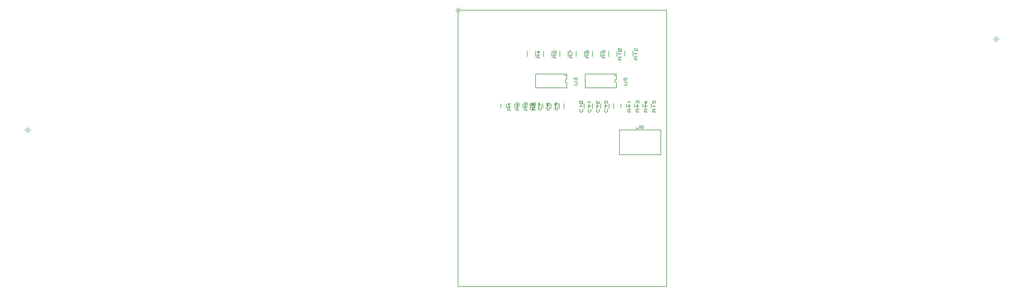
<source format=gbr>
G04 PROTEUS GERBER X2 FILE*
%TF.GenerationSoftware,Labcenter,Proteus,8.5-SP1-Build22252*%
%TF.CreationDate,2016-12-17T22:17:43+00:00*%
%TF.FileFunction,Legend,Top*%
%TF.FilePolarity,Positive*%
%TF.Part,Single*%
%FSLAX45Y45*%
%MOMM*%
G01*
%TA.AperFunction,Material*%
%ADD18C,0.000010*%
%ADD19C,0.203200*%
%ADD70C,0.200000*%
%TA.AperFunction,Profile*%
%ADD17C,0.203200*%
D18*
X-28498800Y+8966200D02*
X-28397200Y+8966200D01*
X-28397200Y+9067800D01*
X-28498800Y+9067800D01*
X-28498800Y+8966200D01*
X-28549600Y+9017000D02*
X-28346400Y+9017000D01*
X-28448000Y+9118600D02*
X-28448000Y+8915400D01*
X+1219200Y+11760200D02*
X+1320800Y+11760200D01*
X+1320800Y+11861800D01*
X+1219200Y+11861800D01*
X+1219200Y+11760200D01*
X+1168400Y+11811000D02*
X+1371600Y+11811000D01*
X+1270000Y+11912600D02*
X+1270000Y+11709400D01*
D19*
X-11904980Y+10731500D02*
X-11904980Y+10574338D01*
X-11925598Y+10570296D01*
X-11942225Y+10559194D01*
X-11953326Y+10542567D01*
X-11957368Y+10521950D01*
X-11904980Y+10469562D02*
X-11925598Y+10473604D01*
X-11942225Y+10484706D01*
X-11953326Y+10501333D01*
X-11957368Y+10521950D01*
X-11904980Y+10469562D02*
X-11904980Y+10312400D01*
X-12860020Y+10655300D02*
X-12860020Y+10388600D01*
X-11938000Y+10731500D02*
X-12827000Y+10731500D01*
X-11938000Y+10312400D02*
X-12827000Y+10312400D01*
X-11938000Y+10731500D02*
X-11904980Y+10731500D01*
X-11904980Y+10312400D02*
X-11938000Y+10312400D01*
X-12860020Y+10388600D02*
X-12860020Y+10312400D01*
X-12827000Y+10312400D01*
X-12827000Y+10731500D02*
X-12860020Y+10731500D01*
X-12860020Y+10655300D01*
X-11944096Y+10695940D02*
X-11944131Y+10696785D01*
X-11944418Y+10698476D01*
X-11945017Y+10700167D01*
X-11945997Y+10701858D01*
X-11947497Y+10703526D01*
X-11949188Y+10704746D01*
X-11950879Y+10705522D01*
X-11952570Y+10705959D01*
X-11954256Y+10706100D01*
X-11964416Y+10695940D02*
X-11964381Y+10696785D01*
X-11964094Y+10698476D01*
X-11963495Y+10700167D01*
X-11962515Y+10701858D01*
X-11961015Y+10703526D01*
X-11959324Y+10704746D01*
X-11957633Y+10705522D01*
X-11955942Y+10705959D01*
X-11954256Y+10706100D01*
X-11964416Y+10695940D02*
X-11964381Y+10695095D01*
X-11964094Y+10693404D01*
X-11963495Y+10691713D01*
X-11962515Y+10690022D01*
X-11961015Y+10688354D01*
X-11959324Y+10687134D01*
X-11957633Y+10686358D01*
X-11955942Y+10685921D01*
X-11954256Y+10685780D01*
X-11944096Y+10695940D02*
X-11944131Y+10695095D01*
X-11944418Y+10693404D01*
X-11945017Y+10691713D01*
X-11945997Y+10690022D01*
X-11947497Y+10688354D01*
X-11949188Y+10687134D01*
X-11950879Y+10686358D01*
X-11952570Y+10685921D01*
X-11954256Y+10685780D01*
X-11678920Y+10394950D02*
X-11602720Y+10394950D01*
X-11587480Y+10410825D01*
X-11587480Y+10474325D01*
X-11602720Y+10490200D01*
X-11678920Y+10490200D01*
X-11663680Y+10537825D02*
X-11678920Y+10553700D01*
X-11678920Y+10601325D01*
X-11663680Y+10617200D01*
X-11648440Y+10617200D01*
X-11633200Y+10601325D01*
X-11617960Y+10617200D01*
X-11602720Y+10617200D01*
X-11587480Y+10601325D01*
X-11587480Y+10553700D01*
X-11602720Y+10537825D01*
X-11633200Y+10569575D02*
X-11633200Y+10601325D01*
X-10380980Y+10731500D02*
X-10380980Y+10574338D01*
X-10401598Y+10570296D01*
X-10418225Y+10559194D01*
X-10429326Y+10542567D01*
X-10433368Y+10521950D01*
X-10380980Y+10469562D02*
X-10401598Y+10473604D01*
X-10418225Y+10484706D01*
X-10429326Y+10501333D01*
X-10433368Y+10521950D01*
X-10380980Y+10469562D02*
X-10380980Y+10312400D01*
X-11336020Y+10655300D02*
X-11336020Y+10388600D01*
X-10414000Y+10731500D02*
X-11303000Y+10731500D01*
X-10414000Y+10312400D02*
X-11303000Y+10312400D01*
X-10414000Y+10731500D02*
X-10380980Y+10731500D01*
X-10380980Y+10312400D02*
X-10414000Y+10312400D01*
X-11336020Y+10388600D02*
X-11336020Y+10312400D01*
X-11303000Y+10312400D01*
X-11303000Y+10731500D02*
X-11336020Y+10731500D01*
X-11336020Y+10655300D01*
X-10420096Y+10695940D02*
X-10420131Y+10696785D01*
X-10420418Y+10698476D01*
X-10421017Y+10700167D01*
X-10421997Y+10701858D01*
X-10423497Y+10703526D01*
X-10425188Y+10704746D01*
X-10426879Y+10705522D01*
X-10428570Y+10705959D01*
X-10430256Y+10706100D01*
X-10440416Y+10695940D02*
X-10440381Y+10696785D01*
X-10440094Y+10698476D01*
X-10439495Y+10700167D01*
X-10438515Y+10701858D01*
X-10437015Y+10703526D01*
X-10435324Y+10704746D01*
X-10433633Y+10705522D01*
X-10431942Y+10705959D01*
X-10430256Y+10706100D01*
X-10440416Y+10695940D02*
X-10440381Y+10695095D01*
X-10440094Y+10693404D01*
X-10439495Y+10691713D01*
X-10438515Y+10690022D01*
X-10437015Y+10688354D01*
X-10435324Y+10687134D01*
X-10433633Y+10686358D01*
X-10431942Y+10685921D01*
X-10430256Y+10685780D01*
X-10420096Y+10695940D02*
X-10420131Y+10695095D01*
X-10420418Y+10693404D01*
X-10421017Y+10691713D01*
X-10421997Y+10690022D01*
X-10423497Y+10688354D01*
X-10425188Y+10687134D01*
X-10426879Y+10686358D01*
X-10428570Y+10685921D01*
X-10430256Y+10685780D01*
X-10154920Y+10394950D02*
X-10078720Y+10394950D01*
X-10063480Y+10410825D01*
X-10063480Y+10474325D01*
X-10078720Y+10490200D01*
X-10154920Y+10490200D01*
X-10154920Y+10617200D02*
X-10154920Y+10537825D01*
X-10124440Y+10537825D01*
X-10124440Y+10601325D01*
X-10109200Y+10617200D01*
X-10078720Y+10617200D01*
X-10063480Y+10601325D01*
X-10063480Y+10553700D01*
X-10078720Y+10537825D01*
X-12863000Y+11438760D02*
X-12863000Y+11278740D01*
X-13117000Y+11438760D02*
X-13117000Y+11278740D01*
X-12730920Y+11230480D02*
X-12822360Y+11230480D01*
X-12822360Y+11309855D01*
X-12807120Y+11325730D01*
X-12791880Y+11325730D01*
X-12776640Y+11309855D01*
X-12776640Y+11230480D01*
X-12776640Y+11309855D02*
X-12761400Y+11325730D01*
X-12730920Y+11325730D01*
X-12761400Y+11452730D02*
X-12761400Y+11357480D01*
X-12822360Y+11420980D01*
X-12730920Y+11420980D01*
X-12363000Y+11438760D02*
X-12363000Y+11278740D01*
X-12617000Y+11438760D02*
X-12617000Y+11278740D01*
X-12230920Y+11230480D02*
X-12322360Y+11230480D01*
X-12322360Y+11309855D01*
X-12307120Y+11325730D01*
X-12291880Y+11325730D01*
X-12276640Y+11309855D01*
X-12276640Y+11230480D01*
X-12276640Y+11309855D02*
X-12261400Y+11325730D01*
X-12230920Y+11325730D01*
X-12307120Y+11452730D02*
X-12322360Y+11436855D01*
X-12322360Y+11389230D01*
X-12307120Y+11373355D01*
X-12246160Y+11373355D01*
X-12230920Y+11389230D01*
X-12230920Y+11436855D01*
X-12246160Y+11452730D01*
X-12261400Y+11452730D01*
X-12276640Y+11436855D01*
X-12276640Y+11373355D01*
X-11863000Y+11438760D02*
X-11863000Y+11278740D01*
X-12117000Y+11438760D02*
X-12117000Y+11278740D01*
X-11730920Y+11230480D02*
X-11822360Y+11230480D01*
X-11822360Y+11309855D01*
X-11807120Y+11325730D01*
X-11791880Y+11325730D01*
X-11776640Y+11309855D01*
X-11776640Y+11230480D01*
X-11776640Y+11309855D02*
X-11761400Y+11325730D01*
X-11730920Y+11325730D01*
X-11822360Y+11373355D02*
X-11822360Y+11452730D01*
X-11807120Y+11452730D01*
X-11730920Y+11373355D01*
X-11363000Y+11438760D02*
X-11363000Y+11278740D01*
X-11617000Y+11438760D02*
X-11617000Y+11278740D01*
X-11230920Y+11230480D02*
X-11322360Y+11230480D01*
X-11322360Y+11309855D01*
X-11307120Y+11325730D01*
X-11291880Y+11325730D01*
X-11276640Y+11309855D01*
X-11276640Y+11230480D01*
X-11276640Y+11309855D02*
X-11261400Y+11325730D01*
X-11230920Y+11325730D01*
X-11276640Y+11389230D02*
X-11291880Y+11373355D01*
X-11307120Y+11373355D01*
X-11322360Y+11389230D01*
X-11322360Y+11436855D01*
X-11307120Y+11452730D01*
X-11291880Y+11452730D01*
X-11276640Y+11436855D01*
X-11276640Y+11389230D01*
X-11261400Y+11373355D01*
X-11246160Y+11373355D01*
X-11230920Y+11389230D01*
X-11230920Y+11436855D01*
X-11246160Y+11452730D01*
X-11261400Y+11452730D01*
X-11276640Y+11436855D01*
X-10863000Y+11438760D02*
X-10863000Y+11278740D01*
X-11117000Y+11438760D02*
X-11117000Y+11278740D01*
X-10730920Y+11230480D02*
X-10822360Y+11230480D01*
X-10822360Y+11309855D01*
X-10807120Y+11325730D01*
X-10791880Y+11325730D01*
X-10776640Y+11309855D01*
X-10776640Y+11230480D01*
X-10776640Y+11309855D02*
X-10761400Y+11325730D01*
X-10730920Y+11325730D01*
X-10791880Y+11452730D02*
X-10776640Y+11436855D01*
X-10776640Y+11389230D01*
X-10791880Y+11373355D01*
X-10807120Y+11373355D01*
X-10822360Y+11389230D01*
X-10822360Y+11436855D01*
X-10807120Y+11452730D01*
X-10746160Y+11452730D01*
X-10730920Y+11436855D01*
X-10730920Y+11389230D01*
X-10363000Y+11438760D02*
X-10363000Y+11278740D01*
X-10617000Y+11438760D02*
X-10617000Y+11278740D01*
X-10230920Y+11166980D02*
X-10322360Y+11166980D01*
X-10322360Y+11246355D01*
X-10307120Y+11262230D01*
X-10291880Y+11262230D01*
X-10276640Y+11246355D01*
X-10276640Y+11166980D01*
X-10276640Y+11246355D02*
X-10261400Y+11262230D01*
X-10230920Y+11262230D01*
X-10291880Y+11325730D02*
X-10322360Y+11357480D01*
X-10230920Y+11357480D01*
X-10246160Y+11420980D02*
X-10307120Y+11420980D01*
X-10322360Y+11436855D01*
X-10322360Y+11500355D01*
X-10307120Y+11516230D01*
X-10246160Y+11516230D01*
X-10230920Y+11500355D01*
X-10230920Y+11436855D01*
X-10246160Y+11420980D01*
X-10230920Y+11420980D02*
X-10322360Y+11516230D01*
X-9872500Y+11448260D02*
X-9872500Y+11288240D01*
X-10126500Y+11448260D02*
X-10126500Y+11288240D01*
X-9740420Y+11176480D02*
X-9831860Y+11176480D01*
X-9831860Y+11255855D01*
X-9816620Y+11271730D01*
X-9801380Y+11271730D01*
X-9786140Y+11255855D01*
X-9786140Y+11176480D01*
X-9786140Y+11255855D02*
X-9770900Y+11271730D01*
X-9740420Y+11271730D01*
X-9801380Y+11335230D02*
X-9831860Y+11366980D01*
X-9740420Y+11366980D01*
X-9816620Y+11446355D02*
X-9831860Y+11462230D01*
X-9831860Y+11509855D01*
X-9816620Y+11525730D01*
X-9801380Y+11525730D01*
X-9786140Y+11509855D01*
X-9786140Y+11462230D01*
X-9770900Y+11446355D01*
X-9740420Y+11446355D01*
X-9740420Y+11525730D01*
X-10614660Y+9674860D02*
X-10614660Y+9827260D01*
X-10467340Y+9677400D02*
X-10467340Y+9827260D01*
X-10670540Y+9653270D02*
X-10655300Y+9637395D01*
X-10655300Y+9589770D01*
X-10685780Y+9558020D01*
X-10716260Y+9558020D01*
X-10746740Y+9589770D01*
X-10746740Y+9637395D01*
X-10731500Y+9653270D01*
X-10716260Y+9716770D02*
X-10746740Y+9748520D01*
X-10655300Y+9748520D01*
X-10731500Y+9827895D02*
X-10746740Y+9843770D01*
X-10746740Y+9891395D01*
X-10731500Y+9907270D01*
X-10716260Y+9907270D01*
X-10701020Y+9891395D01*
X-10685780Y+9907270D01*
X-10670540Y+9907270D01*
X-10655300Y+9891395D01*
X-10655300Y+9843770D01*
X-10670540Y+9827895D01*
X-10701020Y+9859645D02*
X-10701020Y+9891395D01*
X-10868660Y+9674860D02*
X-10868660Y+9827260D01*
X-10721340Y+9677400D02*
X-10721340Y+9827260D01*
X-10924540Y+9653270D02*
X-10909300Y+9637395D01*
X-10909300Y+9589770D01*
X-10939780Y+9558020D01*
X-10970260Y+9558020D01*
X-11000740Y+9589770D01*
X-11000740Y+9637395D01*
X-10985500Y+9653270D01*
X-10970260Y+9716770D02*
X-11000740Y+9748520D01*
X-10909300Y+9748520D01*
X-10985500Y+9827895D02*
X-11000740Y+9843770D01*
X-11000740Y+9891395D01*
X-10985500Y+9907270D01*
X-10970260Y+9907270D01*
X-10955020Y+9891395D01*
X-10955020Y+9843770D01*
X-10939780Y+9827895D01*
X-10909300Y+9827895D01*
X-10909300Y+9907270D01*
X-11122660Y+9674860D02*
X-11122660Y+9827260D01*
X-10975340Y+9677400D02*
X-10975340Y+9827260D01*
X-11178540Y+9653270D02*
X-11163300Y+9637395D01*
X-11163300Y+9589770D01*
X-11193780Y+9558020D01*
X-11224260Y+9558020D01*
X-11254740Y+9589770D01*
X-11254740Y+9637395D01*
X-11239500Y+9653270D01*
X-11224260Y+9716770D02*
X-11254740Y+9748520D01*
X-11163300Y+9748520D01*
X-11224260Y+9843770D02*
X-11254740Y+9875520D01*
X-11163300Y+9875520D01*
X-11376660Y+9674860D02*
X-11376660Y+9827260D01*
X-11229340Y+9677400D02*
X-11229340Y+9827260D01*
X-11432540Y+9653270D02*
X-11417300Y+9637395D01*
X-11417300Y+9589770D01*
X-11447780Y+9558020D01*
X-11478260Y+9558020D01*
X-11508740Y+9589770D01*
X-11508740Y+9637395D01*
X-11493500Y+9653270D01*
X-11478260Y+9716770D02*
X-11508740Y+9748520D01*
X-11417300Y+9748520D01*
X-11432540Y+9812020D02*
X-11493500Y+9812020D01*
X-11508740Y+9827895D01*
X-11508740Y+9891395D01*
X-11493500Y+9907270D01*
X-11432540Y+9907270D01*
X-11417300Y+9891395D01*
X-11417300Y+9827895D01*
X-11432540Y+9812020D01*
X-11417300Y+9812020D02*
X-11508740Y+9907270D01*
X-12392660Y+9674860D02*
X-12392660Y+9827260D01*
X-12245340Y+9677400D02*
X-12245340Y+9827260D01*
X-12448540Y+9716770D02*
X-12433300Y+9700895D01*
X-12433300Y+9653270D01*
X-12463780Y+9621520D01*
X-12494260Y+9621520D01*
X-12524740Y+9653270D01*
X-12524740Y+9700895D01*
X-12509500Y+9716770D01*
X-12479020Y+9780270D02*
X-12494260Y+9764395D01*
X-12509500Y+9764395D01*
X-12524740Y+9780270D01*
X-12524740Y+9827895D01*
X-12509500Y+9843770D01*
X-12494260Y+9843770D01*
X-12479020Y+9827895D01*
X-12479020Y+9780270D01*
X-12463780Y+9764395D01*
X-12448540Y+9764395D01*
X-12433300Y+9780270D01*
X-12433300Y+9827895D01*
X-12448540Y+9843770D01*
X-12463780Y+9843770D01*
X-12479020Y+9827895D01*
X-12646660Y+9674860D02*
X-12646660Y+9827260D01*
X-12499340Y+9677400D02*
X-12499340Y+9827260D01*
X-12702540Y+9716770D02*
X-12687300Y+9700895D01*
X-12687300Y+9653270D01*
X-12717780Y+9621520D01*
X-12748260Y+9621520D01*
X-12778740Y+9653270D01*
X-12778740Y+9700895D01*
X-12763500Y+9716770D01*
X-12778740Y+9764395D02*
X-12778740Y+9843770D01*
X-12763500Y+9843770D01*
X-12687300Y+9764395D01*
X-12900660Y+9674860D02*
X-12900660Y+9827260D01*
X-12753340Y+9677400D02*
X-12753340Y+9827260D01*
X-12956540Y+9716770D02*
X-12941300Y+9700895D01*
X-12941300Y+9653270D01*
X-12971780Y+9621520D01*
X-13002260Y+9621520D01*
X-13032740Y+9653270D01*
X-13032740Y+9700895D01*
X-13017500Y+9716770D01*
X-13017500Y+9843770D02*
X-13032740Y+9827895D01*
X-13032740Y+9780270D01*
X-13017500Y+9764395D01*
X-12956540Y+9764395D01*
X-12941300Y+9780270D01*
X-12941300Y+9827895D01*
X-12956540Y+9843770D01*
X-12971780Y+9843770D01*
X-12987020Y+9827895D01*
X-12987020Y+9764395D01*
D70*
X-13166000Y+9816000D02*
X-13166000Y+9696000D01*
X-12996000Y+9816000D02*
X-12996000Y+9696000D01*
D19*
X-12864080Y+9629000D02*
X-12955520Y+9629000D01*
X-12955520Y+9708375D01*
X-12940280Y+9724250D01*
X-12925040Y+9724250D01*
X-12909800Y+9708375D01*
X-12909800Y+9629000D01*
X-12909800Y+9708375D02*
X-12894560Y+9724250D01*
X-12864080Y+9724250D01*
X-12955520Y+9851250D02*
X-12955520Y+9771875D01*
X-12925040Y+9771875D01*
X-12925040Y+9835375D01*
X-12909800Y+9851250D01*
X-12879320Y+9851250D01*
X-12864080Y+9835375D01*
X-12864080Y+9787750D01*
X-12879320Y+9771875D01*
D70*
X-13420000Y+9816000D02*
X-13420000Y+9696000D01*
X-13250000Y+9816000D02*
X-13250000Y+9696000D01*
D19*
X-13118080Y+9629000D02*
X-13209520Y+9629000D01*
X-13209520Y+9708375D01*
X-13194280Y+9724250D01*
X-13179040Y+9724250D01*
X-13163800Y+9708375D01*
X-13163800Y+9629000D01*
X-13163800Y+9708375D02*
X-13148560Y+9724250D01*
X-13118080Y+9724250D01*
X-13194280Y+9771875D02*
X-13209520Y+9787750D01*
X-13209520Y+9835375D01*
X-13194280Y+9851250D01*
X-13179040Y+9851250D01*
X-13163800Y+9835375D01*
X-13148560Y+9851250D01*
X-13133320Y+9851250D01*
X-13118080Y+9835375D01*
X-13118080Y+9787750D01*
X-13133320Y+9771875D01*
X-13163800Y+9803625D02*
X-13163800Y+9835375D01*
D70*
X-13674000Y+9816000D02*
X-13674000Y+9696000D01*
X-13504000Y+9816000D02*
X-13504000Y+9696000D01*
D19*
X-13372080Y+9629000D02*
X-13463520Y+9629000D01*
X-13463520Y+9708375D01*
X-13448280Y+9724250D01*
X-13433040Y+9724250D01*
X-13417800Y+9708375D01*
X-13417800Y+9629000D01*
X-13417800Y+9708375D02*
X-13402560Y+9724250D01*
X-13372080Y+9724250D01*
X-13448280Y+9771875D02*
X-13463520Y+9787750D01*
X-13463520Y+9835375D01*
X-13448280Y+9851250D01*
X-13433040Y+9851250D01*
X-13417800Y+9835375D01*
X-13417800Y+9787750D01*
X-13402560Y+9771875D01*
X-13372080Y+9771875D01*
X-13372080Y+9851250D01*
D70*
X-13928000Y+9816000D02*
X-13928000Y+9696000D01*
X-13758000Y+9816000D02*
X-13758000Y+9696000D01*
D19*
X-13626080Y+9629000D02*
X-13717520Y+9629000D01*
X-13717520Y+9708375D01*
X-13702280Y+9724250D01*
X-13687040Y+9724250D01*
X-13671800Y+9708375D01*
X-13671800Y+9629000D01*
X-13671800Y+9708375D02*
X-13656560Y+9724250D01*
X-13626080Y+9724250D01*
X-13687040Y+9787750D02*
X-13717520Y+9819500D01*
X-13626080Y+9819500D01*
D70*
X-9483000Y+9816000D02*
X-9483000Y+9696000D01*
X-9313000Y+9816000D02*
X-9313000Y+9696000D01*
D19*
X-9181080Y+9565500D02*
X-9272520Y+9565500D01*
X-9272520Y+9644875D01*
X-9257280Y+9660750D01*
X-9242040Y+9660750D01*
X-9226800Y+9644875D01*
X-9226800Y+9565500D01*
X-9226800Y+9644875D02*
X-9211560Y+9660750D01*
X-9181080Y+9660750D01*
X-9242040Y+9724250D02*
X-9272520Y+9756000D01*
X-9181080Y+9756000D01*
X-9272520Y+9914750D02*
X-9272520Y+9835375D01*
X-9242040Y+9835375D01*
X-9242040Y+9898875D01*
X-9226800Y+9914750D01*
X-9196320Y+9914750D01*
X-9181080Y+9898875D01*
X-9181080Y+9851250D01*
X-9196320Y+9835375D01*
D70*
X-9737000Y+9816000D02*
X-9737000Y+9696000D01*
X-9567000Y+9816000D02*
X-9567000Y+9696000D01*
D19*
X-9435080Y+9565500D02*
X-9526520Y+9565500D01*
X-9526520Y+9644875D01*
X-9511280Y+9660750D01*
X-9496040Y+9660750D01*
X-9480800Y+9644875D01*
X-9480800Y+9565500D01*
X-9480800Y+9644875D02*
X-9465560Y+9660750D01*
X-9435080Y+9660750D01*
X-9496040Y+9724250D02*
X-9526520Y+9756000D01*
X-9435080Y+9756000D01*
X-9465560Y+9914750D02*
X-9465560Y+9819500D01*
X-9526520Y+9883000D01*
X-9435080Y+9883000D01*
D70*
X-9991000Y+9816000D02*
X-9991000Y+9696000D01*
X-9821000Y+9816000D02*
X-9821000Y+9696000D01*
D19*
X-9689080Y+9565500D02*
X-9780520Y+9565500D01*
X-9780520Y+9644875D01*
X-9765280Y+9660750D01*
X-9750040Y+9660750D01*
X-9734800Y+9644875D01*
X-9734800Y+9565500D01*
X-9734800Y+9644875D02*
X-9719560Y+9660750D01*
X-9689080Y+9660750D01*
X-9750040Y+9724250D02*
X-9780520Y+9756000D01*
X-9689080Y+9756000D01*
X-9765280Y+9835375D02*
X-9780520Y+9851250D01*
X-9780520Y+9898875D01*
X-9765280Y+9914750D01*
X-9750040Y+9914750D01*
X-9734800Y+9898875D01*
X-9719560Y+9914750D01*
X-9704320Y+9914750D01*
X-9689080Y+9898875D01*
X-9689080Y+9851250D01*
X-9704320Y+9835375D01*
X-9734800Y+9867125D02*
X-9734800Y+9898875D01*
D70*
X-10245000Y+9816000D02*
X-10245000Y+9696000D01*
X-10075000Y+9816000D02*
X-10075000Y+9696000D01*
D19*
X-9943080Y+9565500D02*
X-10034520Y+9565500D01*
X-10034520Y+9644875D01*
X-10019280Y+9660750D01*
X-10004040Y+9660750D01*
X-9988800Y+9644875D01*
X-9988800Y+9565500D01*
X-9988800Y+9644875D02*
X-9973560Y+9660750D01*
X-9943080Y+9660750D01*
X-10004040Y+9724250D02*
X-10034520Y+9756000D01*
X-9943080Y+9756000D01*
X-10004040Y+9851250D02*
X-10034520Y+9883000D01*
X-9943080Y+9883000D01*
X-12138660Y+9674860D02*
X-12138660Y+9827260D01*
X-11991340Y+9677400D02*
X-11991340Y+9827260D01*
X-12194540Y+9716770D02*
X-12179300Y+9700895D01*
X-12179300Y+9653270D01*
X-12209780Y+9621520D01*
X-12240260Y+9621520D01*
X-12270740Y+9653270D01*
X-12270740Y+9700895D01*
X-12255500Y+9716770D01*
X-12240260Y+9843770D02*
X-12225020Y+9827895D01*
X-12225020Y+9780270D01*
X-12240260Y+9764395D01*
X-12255500Y+9764395D01*
X-12270740Y+9780270D01*
X-12270740Y+9827895D01*
X-12255500Y+9843770D01*
X-12194540Y+9843770D01*
X-12179300Y+9827895D01*
X-12179300Y+9780270D01*
D18*
X-15290800Y+12649200D02*
X-15189200Y+12649200D01*
X-15189200Y+12750800D01*
X-15290800Y+12750800D01*
X-15290800Y+12649200D01*
X-15341600Y+12700000D02*
X-15138400Y+12700000D01*
X-15240000Y+12801600D02*
X-15240000Y+12598400D01*
D19*
X-10287000Y+8255000D02*
X-9017000Y+8255000D01*
X-9017000Y+9017000D01*
X-10287000Y+9017000D01*
X-10287000Y+8255000D01*
X-9779000Y+9088120D02*
X-9779000Y+9072880D01*
X-9763125Y+9057640D01*
X-9699625Y+9057640D01*
X-9683750Y+9072880D01*
X-9683750Y+9149080D01*
X-9556750Y+9133840D02*
X-9572625Y+9149080D01*
X-9620250Y+9149080D01*
X-9636125Y+9133840D01*
X-9636125Y+9072880D01*
X-9620250Y+9057640D01*
X-9572625Y+9057640D01*
X-9556750Y+9072880D01*
X-9556750Y+9088120D01*
X-9572625Y+9103360D01*
X-9636125Y+9103360D01*
D17*
X-15240000Y+4195000D02*
X-8840000Y+4195000D01*
X-8840000Y+12695000D01*
X-15240000Y+12695000D01*
X-15240000Y+4195000D01*
M02*

</source>
